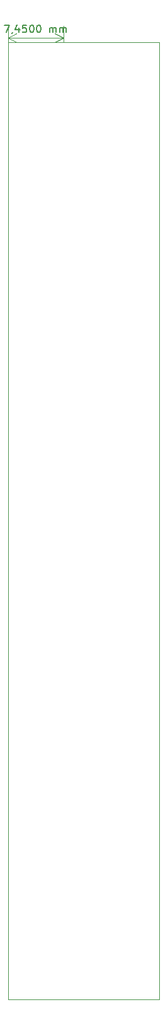
<source format=gbr>
%TF.GenerationSoftware,KiCad,Pcbnew,8.0.0*%
%TF.CreationDate,2024-04-17T19:20:43+02:00*%
%TF.ProjectId,feitw,66656974-772e-46b6-9963-61645f706362,rev?*%
%TF.SameCoordinates,Original*%
%TF.FileFunction,Profile,NP*%
%FSLAX46Y46*%
G04 Gerber Fmt 4.6, Leading zero omitted, Abs format (unit mm)*
G04 Created by KiCad (PCBNEW 8.0.0) date 2024-04-17 19:20:43*
%MOMM*%
%LPD*%
G01*
G04 APERTURE LIST*
%ADD10C,0.150000*%
%TA.AperFunction,Profile*%
%ADD11C,0.050000*%
%TD*%
G04 APERTURE END LIST*
D10*
X87734524Y-67654819D02*
X88401190Y-67654819D01*
X88401190Y-67654819D02*
X87972619Y-68654819D01*
X88829762Y-68607200D02*
X88829762Y-68654819D01*
X88829762Y-68654819D02*
X88782143Y-68750057D01*
X88782143Y-68750057D02*
X88734524Y-68797676D01*
X89686904Y-67988152D02*
X89686904Y-68654819D01*
X89448809Y-67607200D02*
X89210714Y-68321485D01*
X89210714Y-68321485D02*
X89829761Y-68321485D01*
X90686904Y-67654819D02*
X90210714Y-67654819D01*
X90210714Y-67654819D02*
X90163095Y-68131009D01*
X90163095Y-68131009D02*
X90210714Y-68083390D01*
X90210714Y-68083390D02*
X90305952Y-68035771D01*
X90305952Y-68035771D02*
X90544047Y-68035771D01*
X90544047Y-68035771D02*
X90639285Y-68083390D01*
X90639285Y-68083390D02*
X90686904Y-68131009D01*
X90686904Y-68131009D02*
X90734523Y-68226247D01*
X90734523Y-68226247D02*
X90734523Y-68464342D01*
X90734523Y-68464342D02*
X90686904Y-68559580D01*
X90686904Y-68559580D02*
X90639285Y-68607200D01*
X90639285Y-68607200D02*
X90544047Y-68654819D01*
X90544047Y-68654819D02*
X90305952Y-68654819D01*
X90305952Y-68654819D02*
X90210714Y-68607200D01*
X90210714Y-68607200D02*
X90163095Y-68559580D01*
X91353571Y-67654819D02*
X91448809Y-67654819D01*
X91448809Y-67654819D02*
X91544047Y-67702438D01*
X91544047Y-67702438D02*
X91591666Y-67750057D01*
X91591666Y-67750057D02*
X91639285Y-67845295D01*
X91639285Y-67845295D02*
X91686904Y-68035771D01*
X91686904Y-68035771D02*
X91686904Y-68273866D01*
X91686904Y-68273866D02*
X91639285Y-68464342D01*
X91639285Y-68464342D02*
X91591666Y-68559580D01*
X91591666Y-68559580D02*
X91544047Y-68607200D01*
X91544047Y-68607200D02*
X91448809Y-68654819D01*
X91448809Y-68654819D02*
X91353571Y-68654819D01*
X91353571Y-68654819D02*
X91258333Y-68607200D01*
X91258333Y-68607200D02*
X91210714Y-68559580D01*
X91210714Y-68559580D02*
X91163095Y-68464342D01*
X91163095Y-68464342D02*
X91115476Y-68273866D01*
X91115476Y-68273866D02*
X91115476Y-68035771D01*
X91115476Y-68035771D02*
X91163095Y-67845295D01*
X91163095Y-67845295D02*
X91210714Y-67750057D01*
X91210714Y-67750057D02*
X91258333Y-67702438D01*
X91258333Y-67702438D02*
X91353571Y-67654819D01*
X92305952Y-67654819D02*
X92401190Y-67654819D01*
X92401190Y-67654819D02*
X92496428Y-67702438D01*
X92496428Y-67702438D02*
X92544047Y-67750057D01*
X92544047Y-67750057D02*
X92591666Y-67845295D01*
X92591666Y-67845295D02*
X92639285Y-68035771D01*
X92639285Y-68035771D02*
X92639285Y-68273866D01*
X92639285Y-68273866D02*
X92591666Y-68464342D01*
X92591666Y-68464342D02*
X92544047Y-68559580D01*
X92544047Y-68559580D02*
X92496428Y-68607200D01*
X92496428Y-68607200D02*
X92401190Y-68654819D01*
X92401190Y-68654819D02*
X92305952Y-68654819D01*
X92305952Y-68654819D02*
X92210714Y-68607200D01*
X92210714Y-68607200D02*
X92163095Y-68559580D01*
X92163095Y-68559580D02*
X92115476Y-68464342D01*
X92115476Y-68464342D02*
X92067857Y-68273866D01*
X92067857Y-68273866D02*
X92067857Y-68035771D01*
X92067857Y-68035771D02*
X92115476Y-67845295D01*
X92115476Y-67845295D02*
X92163095Y-67750057D01*
X92163095Y-67750057D02*
X92210714Y-67702438D01*
X92210714Y-67702438D02*
X92305952Y-67654819D01*
X93829762Y-68654819D02*
X93829762Y-67988152D01*
X93829762Y-68083390D02*
X93877381Y-68035771D01*
X93877381Y-68035771D02*
X93972619Y-67988152D01*
X93972619Y-67988152D02*
X94115476Y-67988152D01*
X94115476Y-67988152D02*
X94210714Y-68035771D01*
X94210714Y-68035771D02*
X94258333Y-68131009D01*
X94258333Y-68131009D02*
X94258333Y-68654819D01*
X94258333Y-68131009D02*
X94305952Y-68035771D01*
X94305952Y-68035771D02*
X94401190Y-67988152D01*
X94401190Y-67988152D02*
X94544047Y-67988152D01*
X94544047Y-67988152D02*
X94639286Y-68035771D01*
X94639286Y-68035771D02*
X94686905Y-68131009D01*
X94686905Y-68131009D02*
X94686905Y-68654819D01*
X95163095Y-68654819D02*
X95163095Y-67988152D01*
X95163095Y-68083390D02*
X95210714Y-68035771D01*
X95210714Y-68035771D02*
X95305952Y-67988152D01*
X95305952Y-67988152D02*
X95448809Y-67988152D01*
X95448809Y-67988152D02*
X95544047Y-68035771D01*
X95544047Y-68035771D02*
X95591666Y-68131009D01*
X95591666Y-68131009D02*
X95591666Y-68654819D01*
X95591666Y-68131009D02*
X95639285Y-68035771D01*
X95639285Y-68035771D02*
X95734523Y-67988152D01*
X95734523Y-67988152D02*
X95877380Y-67988152D01*
X95877380Y-67988152D02*
X95972619Y-68035771D01*
X95972619Y-68035771D02*
X96020238Y-68131009D01*
X96020238Y-68131009D02*
X96020238Y-68654819D01*
D11*
X88200000Y-67800000D02*
X88200000Y-69936420D01*
X95650000Y-67800000D02*
X95650000Y-69936420D01*
X88200000Y-69350000D02*
X95650000Y-69350000D01*
X88200000Y-69350000D02*
X95650000Y-69350000D01*
X88200000Y-69350000D02*
X89326504Y-68763579D01*
X88200000Y-69350000D02*
X89326504Y-69936421D01*
X95650000Y-69350000D02*
X94523496Y-69936421D01*
X95650000Y-69350000D02*
X94523496Y-68763579D01*
X88200000Y-70000000D02*
X108520000Y-70000000D01*
X108520000Y-198500000D01*
X88200000Y-198500000D01*
X88200000Y-70000000D01*
M02*

</source>
